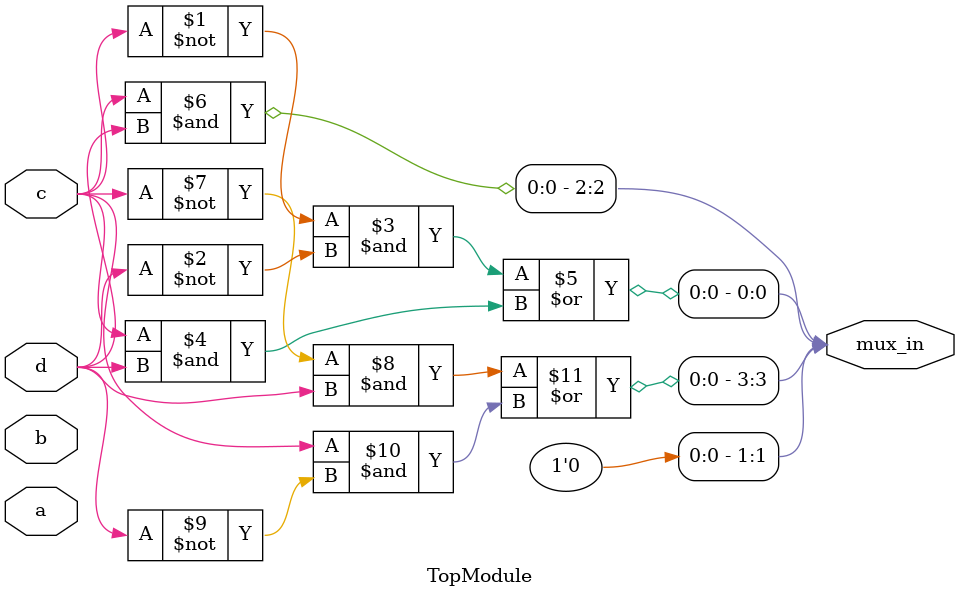
<source format=sv>
module TopModule (
    input logic c,       // Single-bit input
    input logic d,       // Single-bit input
    input logic a,       // Single-bit selector input for 4-to-1 mux
    input logic b,       // Single-bit selector input for 4-to-1 mux
    output logic [3:0] mux_in // 4-bit output to the 4-to-1 multiplexer
);

    assign mux_in[0] = (~c & ~d) | (c & d); // mux_in[0] = ¬c·¬d + c·d
    assign mux_in[1] = 1'b0;                 // mux_in[1] = 0
    assign mux_in[2] = c & d;                 // mux_in[2] = c·d
    assign mux_in[3] = (~c & d) | (c & ~d);  // mux_in[3] = ¬c·d + c·¬d

endmodule
</source>
